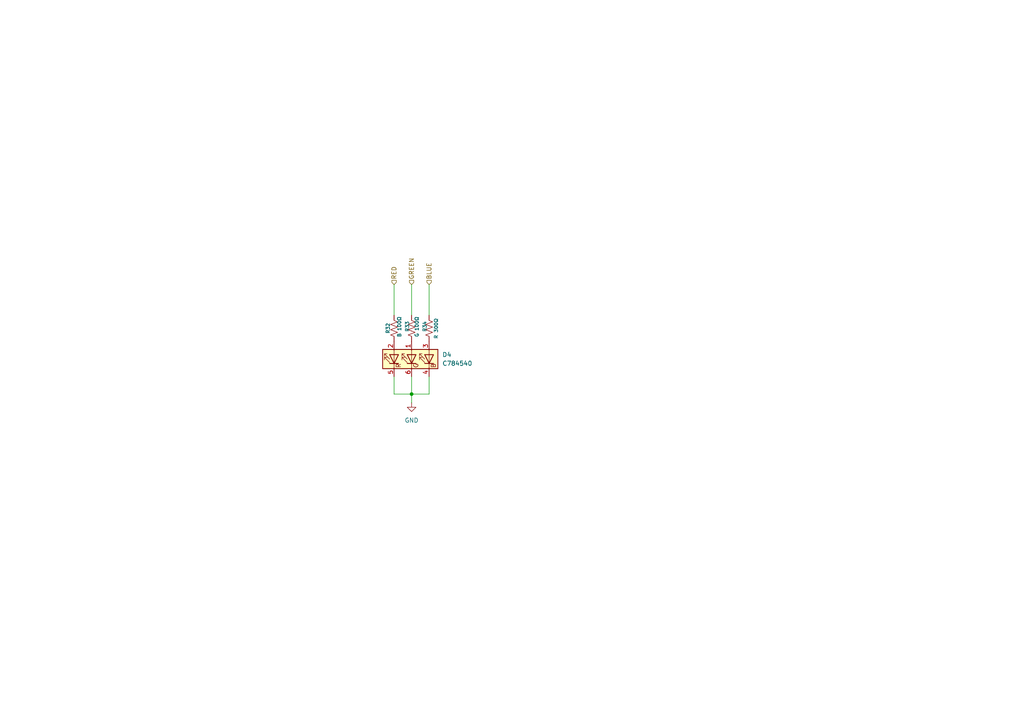
<source format=kicad_sch>
(kicad_sch (version 20250114) (generator "eeschema") (generator_version "9.0")
  (paper "A4")
  (lib_symbols
    (symbol "Device:R_US" (pin_numbers (hide yes)) (pin_names (offset 0))
      (property "Reference" "R" (at 2.54 0 90))
      (property "Value" "R_US" (at -2.54 0 90))
      (symbol "R_US_0_1"
        (polyline (pts (xy 0 2.286) (xy 0 2.54)))
        (polyline (pts (xy 0 2.286) (xy 1.016 1.905) (xy 0 1.524) (xy -1.016 1.143) (xy 0 0.762)))
        (polyline (pts (xy 0 0.762) (xy 1.016 0.381) (xy 0 0) (xy -1.016 -0.381) (xy 0 -0.762)))
        (polyline (pts (xy 0 -0.762) (xy 1.016 -1.143) (xy 0 -1.524) (xy -1.016 -1.905) (xy 0 -2.286)))
        (polyline (pts (xy 0 -2.286) (xy 0 -2.54)))
      )
      (symbol "R_US_1_1"
        (pin passive line (at 0 3.81 270) (length 1.27) (name "~") (number "1"))
        (pin passive line (at 0 -3.81 90) (length 1.27) (name "~") (number "2"))
      )
    )
    (symbol "LED Library:LED_RGB" (pin_names (offset 0) (hide yes))
      (property "Reference" "D" (at 0 9.398 0))
      (property "Value" "Danny's LED" (at 0 -8.89 0))
      (symbol "LED_RGB_0_0"
        (text "R" (at -1.905 3.81 0) (effects (font (size 1.27 1.27))))
        (text "G" (at -1.905 -1.27 0) (effects (font (size 1.27 1.27))))
        (text "B" (at -1.905 -6.35 0) (effects (font (size 1.27 1.27))))
      )
      (symbol "LED_RGB_0_1"
        (polyline (pts (xy -1.27 6.35) (xy -1.27 3.81)) (stroke (width 0.254)))
        (polyline (pts (xy -1.27 6.35) (xy -1.27 3.81) (xy -1.27 3.81)))
        (polyline (pts (xy -1.27 5.08) (xy -2.54 5.08)))
        (polyline (pts (xy -1.27 5.08) (xy 1.27 5.08)))
        (polyline (pts (xy -1.27 1.27) (xy -1.27 -1.27)) (stroke (width 0.254)))
        (polyline (pts (xy -1.27 1.27) (xy -1.27 -1.27) (xy -1.27 -1.27)))
        (polyline (pts (xy -1.27 0) (xy -2.54 0)))
        (polyline (pts (xy -1.27 -3.81) (xy -1.27 -6.35)) (stroke (width 0.254)))
        (polyline (pts (xy -1.27 -5.08) (xy -2.54 -5.08)))
        (polyline (pts (xy -1.27 -5.08) (xy 1.27 -5.08)))
        (polyline (pts (xy -1.016 6.35) (xy 0.508 7.874) (xy -0.254 7.874) (xy 0.508 7.874) (xy 0.508 7.112)))
        (polyline (pts (xy -1.016 1.27) (xy 0.508 2.794) (xy -0.254 2.794) (xy 0.508 2.794) (xy 0.508 2.032)))
        (polyline (pts (xy -1.016 -3.81) (xy 0.508 -2.286) (xy -0.254 -2.286) (xy 0.508 -2.286) (xy 0.508 -3.048)))
        (polyline (pts (xy 0 6.35) (xy 1.524 7.874) (xy 0.762 7.874) (xy 1.524 7.874) (xy 1.524 7.112)))
        (polyline (pts (xy 0 1.27) (xy 1.524 2.794) (xy 0.762 2.794) (xy 1.524 2.794) (xy 1.524 2.032)))
        (polyline (pts (xy 0 -3.81) (xy 1.524 -2.286) (xy 0.762 -2.286) (xy 1.524 -2.286) (xy 1.524 -3.048)))
        (polyline (pts (xy 1.27 6.35) (xy 1.27 3.81) (xy -1.27 5.08) (xy 1.27 6.35)) (stroke (width 0.254)))
        (rectangle (start 1.27 6.35) (end 1.27 6.35))
        (polyline (pts (xy 1.27 5.08) (xy 2.54 5.08)))
        (rectangle (start 1.27 3.81) (end 1.27 6.35))
        (polyline (pts (xy 1.27 1.27) (xy 1.27 -1.27) (xy -1.27 0) (xy 1.27 1.27)) (stroke (width 0.254)))
        (rectangle (start 1.27 1.27) (end 1.27 1.27))
        (polyline (pts (xy 1.27 0) (xy -1.27 0)))
        (polyline (pts (xy 1.27 0) (xy 2.54 0)))
        (rectangle (start 1.27 -1.27) (end 1.27 1.27))
        (polyline (pts (xy 1.27 -3.81) (xy 1.27 -6.35) (xy -1.27 -5.08) (xy 1.27 -3.81)) (stroke (width 0.254)))
        (polyline (pts (xy 1.27 -5.08) (xy 2.54 -5.08)))
        (rectangle (start 2.794 8.382) (end -2.794 -7.62) (stroke (width 0.254)) (fill (type background)))
      )
      (symbol "LED_RGB_1_1"
        (pin passive line (at -5.08 5.08 0) (length 2.54) (name "RK") (number "5"))
        (pin passive line (at -5.08 0 0) (length 2.54) (name "GK") (number "6"))
        (pin passive line (at -5.08 -5.08 0) (length 2.54) (name "BK") (number "4"))
        (pin passive line (at 5.08 5.08 180) (length 2.54) (name "RA") (number "2"))
        (pin passive line (at 5.08 0 180) (length 2.54) (name "GA") (number "1"))
        (pin passive line (at 5.08 -5.08 180) (length 2.54) (name "BA") (number "3"))
      )
    )
    (symbol "power:GND" (power) (pin_numbers (hide yes)) (pin_names (offset 0) (hide yes))
      (property "Value" "GND" (at 0 -3.81 0))
      (symbol "GND_0_1"
        (polyline (pts (xy 0 0) (xy 0 -1.27) (xy 1.27 -1.27) (xy 0 -2.54) (xy -1.27 -1.27) (xy 0 -1.27)))
      )
      (symbol "GND_1_1"
        (pin power_in line (at 0 0 270) (length 0) (name "~") (number "1"))
      )
    )
  )
  (junction (at 119.38 114.3))
  (wire (pts (xy 124.46 82.55) (xy 124.46 91.44)))
  (wire (pts (xy 119.38 114.3) (xy 119.38 109.22)))
  (wire (pts (xy 119.38 82.55) (xy 119.38 91.44)))
  (wire (pts (xy 119.38 114.3) (xy 119.38 116.84)))
  (wire (pts (xy 114.3 82.55) (xy 114.3 91.44)))
  (wire (pts (xy 124.46 109.22) (xy 124.46 114.3)))
  (wire (pts (xy 114.3 109.22) (xy 114.3 114.3)))
  (wire (pts (xy 114.3 114.3) (xy 119.38 114.3)))
  (wire (pts (xy 119.38 114.3) (xy 124.46 114.3)))
  (hierarchical_label "GREEN" (shape input) (at 119.38 82.55 90))
  (hierarchical_label "BLUE" (shape input) (at 124.46 82.55 90))
  (hierarchical_label "RED" (shape input) (at 114.3 82.55 90))
  (symbol (lib_id "power:GND") (at 119.38 116.84 0) (unit 1)
    (property "Reference" "#PWR092" (effects (hide yes)))
    (property "Value" "GND" (at 119.38 121.92 0))
    (property "Description" "Power symbol creates a global label with name \"GND\" , ground" (effects (hide yes)))
  )
  (symbol (lib_id "LED Library:LED_RGB") (at 119.38 104.14 90) (unit 1)
    (property "Reference" "D4" (at 128.27 102.8699 90) (effects (justify right)))
    (property "Value" "C784540" (at 128.27 105.4099 90) (effects (justify right)))
    (property "Footprint" "RGB LED Library:LED footprint" (effects (hide yes)))
    (property "Datasheet" "https://jlcpcb.com/api/file/downloadByFileSystemAccessId/8558290373673050112" (effects (hide yes)))
    (property "Description" "RGB LED, 6 pin package" (effects (hide yes)))
    (property "LCSC" " C784540" (effects (hide yes)))
  )
  (symbol (lib_id "Device:R_US") (at 124.46 95.25 0) (unit 1)
    (property "Reference" "R34" (at 123.19 96.266 90) (effects (font (size 1.016 1.016)) (justify left)))
    (property "Value" "R 300Ω" (at 126.492 98.298 90) (effects (font (size 1.016 1.016)) (justify left)))
    (property "Footprint" "Resistor_SMD:R_0805_2012Metric" (effects (hide yes)))
    (property "Datasheet" "~https://www.lcsc.com/datasheet/lcsc_datasheet_2304140030_Walsin-Tech-Corp-WR08X301JTL_C168494.pdf" (effects (hide yes)))
    (property "Description" "Resistor, US symbol" (effects (hide yes)))
    (property "JLCPCB#" " C168494" (effects (hide yes)))
  )
  (symbol (lib_id "Device:R_US") (at 119.38 95.25 0) (unit 1)
    (property "Reference" "R33" (at 118.11 96.266 90) (effects (font (size 1.016 1.016)) (justify left)))
    (property "Value" "G 100Ω" (at 120.904 97.79 90) (effects (font (size 1.016 1.016)) (justify left)))
    (property "Footprint" "Inductor_SMD:L_0805_2012Metric" (effects (hide yes)))
    (property "Datasheet" "https://www.lcsc.com/datasheet/lcsc_datasheet_2205311900_UNI-ROYAL-Uniroyal-Elec-0805W8J0101T5E_C25277.pdf" (effects (hide yes)))
    (property "Description" "Resistor, US symbol" (effects (hide yes)))
    (property "JLCPCB#" "C25277" (effects (hide yes)))
  )
  (symbol (lib_id "Device:R_US") (at 114.3 95.25 0) (unit 1)
    (property "Reference" "R32" (at 112.522 96.774 90) (effects (font (size 1.016 1.016)) (justify left)))
    (property "Value" "B 100Ω" (at 115.824 97.79 90) (effects (font (size 1.016 1.016)) (justify left)))
    (property "Footprint" "Inductor_SMD:L_0805_2012Metric" (effects (hide yes)))
    (property "Datasheet" "https://www.lcsc.com/datasheet/lcsc_datasheet_2205311900_UNI-ROYAL-Uniroyal-Elec-0805W8J0101T5E_C25277.pdf" (effects (hide yes)))
    (property "Description" "Resistor, US symbol" (effects (hide yes)))
    (property "JLCPCB#" "C25277" (effects (hide yes)))
  )
)
</source>
